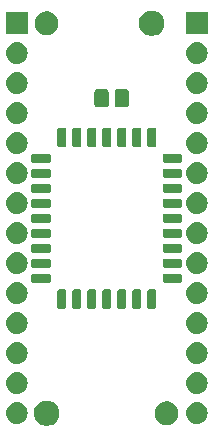
<source format=gts>
G04 #@! TF.GenerationSoftware,KiCad,Pcbnew,(5.1.2-1)-1*
G04 #@! TF.CreationDate,2019-06-26T00:08:28-04:00*
G04 #@! TF.ProjectId,28SF8148,32385346-3831-4343-982e-6b696361645f,rev?*
G04 #@! TF.SameCoordinates,Original*
G04 #@! TF.FileFunction,Soldermask,Top*
G04 #@! TF.FilePolarity,Negative*
%FSLAX46Y46*%
G04 Gerber Fmt 4.6, Leading zero omitted, Abs format (unit mm)*
G04 Created by KiCad (PCBNEW (5.1.2-1)-1) date 2019-06-26 00:08:28*
%MOMM*%
%LPD*%
G04 APERTURE LIST*
%ADD10C,0.100000*%
G04 APERTURE END LIST*
D10*
G36*
X43493916Y-52305158D02*
G01*
X43689772Y-52386284D01*
X43689774Y-52386285D01*
X43866037Y-52504060D01*
X44015940Y-52653963D01*
X44133715Y-52830226D01*
X44133716Y-52830228D01*
X44214842Y-53026084D01*
X44256200Y-53234004D01*
X44256200Y-53445996D01*
X44214842Y-53653916D01*
X44197344Y-53696159D01*
X44133717Y-53849771D01*
X44015940Y-54026037D01*
X43866037Y-54175940D01*
X43689774Y-54293715D01*
X43689773Y-54293716D01*
X43689772Y-54293716D01*
X43493916Y-54374842D01*
X43285996Y-54416200D01*
X43074004Y-54416200D01*
X42866084Y-54374842D01*
X42670228Y-54293716D01*
X42670227Y-54293716D01*
X42670226Y-54293715D01*
X42493963Y-54175940D01*
X42344060Y-54026037D01*
X42226283Y-53849771D01*
X42162656Y-53696159D01*
X42145158Y-53653916D01*
X42103800Y-53445996D01*
X42103800Y-53234004D01*
X42145158Y-53026084D01*
X42226284Y-52830228D01*
X42226285Y-52830226D01*
X42344060Y-52653963D01*
X42493963Y-52504060D01*
X42670226Y-52386285D01*
X42670228Y-52386284D01*
X42866084Y-52305158D01*
X43074004Y-52263800D01*
X43285996Y-52263800D01*
X43493916Y-52305158D01*
X43493916Y-52305158D01*
G37*
G36*
X53631689Y-52378429D02*
G01*
X53813678Y-52453811D01*
X53977463Y-52563249D01*
X54116751Y-52702537D01*
X54226189Y-52866322D01*
X54301571Y-53048311D01*
X54340000Y-53241509D01*
X54340000Y-53438491D01*
X54301571Y-53631689D01*
X54226189Y-53813678D01*
X54116751Y-53977463D01*
X53977463Y-54116751D01*
X53813678Y-54226189D01*
X53631689Y-54301571D01*
X53438491Y-54340000D01*
X53241509Y-54340000D01*
X53048311Y-54301571D01*
X52866322Y-54226189D01*
X52702537Y-54116751D01*
X52563249Y-53977463D01*
X52453811Y-53813678D01*
X52378429Y-53631689D01*
X52340000Y-53438491D01*
X52340000Y-53241509D01*
X52378429Y-53048311D01*
X52453811Y-52866322D01*
X52563249Y-52702537D01*
X52702537Y-52563249D01*
X52866322Y-52453811D01*
X53048311Y-52378429D01*
X53241509Y-52340000D01*
X53438491Y-52340000D01*
X53631689Y-52378429D01*
X53631689Y-52378429D01*
G37*
G36*
X56061567Y-52427201D02*
G01*
X56236159Y-52480163D01*
X56397057Y-52566165D01*
X56538091Y-52681909D01*
X56653835Y-52822943D01*
X56739837Y-52983841D01*
X56792799Y-53158433D01*
X56810681Y-53340000D01*
X56792799Y-53521567D01*
X56739837Y-53696159D01*
X56653835Y-53857057D01*
X56538091Y-53998091D01*
X56397057Y-54113835D01*
X56236159Y-54199837D01*
X56061567Y-54252799D01*
X55925500Y-54266200D01*
X55834500Y-54266200D01*
X55698433Y-54252799D01*
X55523841Y-54199837D01*
X55362943Y-54113835D01*
X55221909Y-53998091D01*
X55106165Y-53857057D01*
X55020163Y-53696159D01*
X54967201Y-53521567D01*
X54949319Y-53340000D01*
X54967201Y-53158433D01*
X55020163Y-52983841D01*
X55106165Y-52822943D01*
X55221909Y-52681909D01*
X55362943Y-52566165D01*
X55523841Y-52480163D01*
X55698433Y-52427201D01*
X55834500Y-52413800D01*
X55925500Y-52413800D01*
X56061567Y-52427201D01*
X56061567Y-52427201D01*
G37*
G36*
X40821567Y-52427201D02*
G01*
X40996159Y-52480163D01*
X41157057Y-52566165D01*
X41298091Y-52681909D01*
X41413835Y-52822943D01*
X41499837Y-52983841D01*
X41552799Y-53158433D01*
X41570681Y-53340000D01*
X41552799Y-53521567D01*
X41499837Y-53696159D01*
X41413835Y-53857057D01*
X41298091Y-53998091D01*
X41157057Y-54113835D01*
X40996159Y-54199837D01*
X40821567Y-54252799D01*
X40685500Y-54266200D01*
X40594500Y-54266200D01*
X40458433Y-54252799D01*
X40283841Y-54199837D01*
X40122943Y-54113835D01*
X39981909Y-53998091D01*
X39866165Y-53857057D01*
X39780163Y-53696159D01*
X39727201Y-53521567D01*
X39709319Y-53340000D01*
X39727201Y-53158433D01*
X39780163Y-52983841D01*
X39866165Y-52822943D01*
X39981909Y-52681909D01*
X40122943Y-52566165D01*
X40283841Y-52480163D01*
X40458433Y-52427201D01*
X40594500Y-52413800D01*
X40685500Y-52413800D01*
X40821567Y-52427201D01*
X40821567Y-52427201D01*
G37*
G36*
X56061567Y-49887201D02*
G01*
X56236159Y-49940163D01*
X56397057Y-50026165D01*
X56538091Y-50141909D01*
X56653835Y-50282943D01*
X56739837Y-50443841D01*
X56792799Y-50618433D01*
X56810681Y-50800000D01*
X56792799Y-50981567D01*
X56739837Y-51156159D01*
X56653835Y-51317057D01*
X56538091Y-51458091D01*
X56397057Y-51573835D01*
X56236159Y-51659837D01*
X56061567Y-51712799D01*
X55925500Y-51726200D01*
X55834500Y-51726200D01*
X55698433Y-51712799D01*
X55523841Y-51659837D01*
X55362943Y-51573835D01*
X55221909Y-51458091D01*
X55106165Y-51317057D01*
X55020163Y-51156159D01*
X54967201Y-50981567D01*
X54949319Y-50800000D01*
X54967201Y-50618433D01*
X55020163Y-50443841D01*
X55106165Y-50282943D01*
X55221909Y-50141909D01*
X55362943Y-50026165D01*
X55523841Y-49940163D01*
X55698433Y-49887201D01*
X55834500Y-49873800D01*
X55925500Y-49873800D01*
X56061567Y-49887201D01*
X56061567Y-49887201D01*
G37*
G36*
X40821567Y-49887201D02*
G01*
X40996159Y-49940163D01*
X41157057Y-50026165D01*
X41298091Y-50141909D01*
X41413835Y-50282943D01*
X41499837Y-50443841D01*
X41552799Y-50618433D01*
X41570681Y-50800000D01*
X41552799Y-50981567D01*
X41499837Y-51156159D01*
X41413835Y-51317057D01*
X41298091Y-51458091D01*
X41157057Y-51573835D01*
X40996159Y-51659837D01*
X40821567Y-51712799D01*
X40685500Y-51726200D01*
X40594500Y-51726200D01*
X40458433Y-51712799D01*
X40283841Y-51659837D01*
X40122943Y-51573835D01*
X39981909Y-51458091D01*
X39866165Y-51317057D01*
X39780163Y-51156159D01*
X39727201Y-50981567D01*
X39709319Y-50800000D01*
X39727201Y-50618433D01*
X39780163Y-50443841D01*
X39866165Y-50282943D01*
X39981909Y-50141909D01*
X40122943Y-50026165D01*
X40283841Y-49940163D01*
X40458433Y-49887201D01*
X40594500Y-49873800D01*
X40685500Y-49873800D01*
X40821567Y-49887201D01*
X40821567Y-49887201D01*
G37*
G36*
X56061567Y-47347201D02*
G01*
X56236159Y-47400163D01*
X56397057Y-47486165D01*
X56538091Y-47601909D01*
X56653835Y-47742943D01*
X56739837Y-47903841D01*
X56792799Y-48078433D01*
X56810681Y-48260000D01*
X56792799Y-48441567D01*
X56739837Y-48616159D01*
X56653835Y-48777057D01*
X56538091Y-48918091D01*
X56397057Y-49033835D01*
X56236159Y-49119837D01*
X56061567Y-49172799D01*
X55925500Y-49186200D01*
X55834500Y-49186200D01*
X55698433Y-49172799D01*
X55523841Y-49119837D01*
X55362943Y-49033835D01*
X55221909Y-48918091D01*
X55106165Y-48777057D01*
X55020163Y-48616159D01*
X54967201Y-48441567D01*
X54949319Y-48260000D01*
X54967201Y-48078433D01*
X55020163Y-47903841D01*
X55106165Y-47742943D01*
X55221909Y-47601909D01*
X55362943Y-47486165D01*
X55523841Y-47400163D01*
X55698433Y-47347201D01*
X55834500Y-47333800D01*
X55925500Y-47333800D01*
X56061567Y-47347201D01*
X56061567Y-47347201D01*
G37*
G36*
X40821567Y-47347201D02*
G01*
X40996159Y-47400163D01*
X41157057Y-47486165D01*
X41298091Y-47601909D01*
X41413835Y-47742943D01*
X41499837Y-47903841D01*
X41552799Y-48078433D01*
X41570681Y-48260000D01*
X41552799Y-48441567D01*
X41499837Y-48616159D01*
X41413835Y-48777057D01*
X41298091Y-48918091D01*
X41157057Y-49033835D01*
X40996159Y-49119837D01*
X40821567Y-49172799D01*
X40685500Y-49186200D01*
X40594500Y-49186200D01*
X40458433Y-49172799D01*
X40283841Y-49119837D01*
X40122943Y-49033835D01*
X39981909Y-48918091D01*
X39866165Y-48777057D01*
X39780163Y-48616159D01*
X39727201Y-48441567D01*
X39709319Y-48260000D01*
X39727201Y-48078433D01*
X39780163Y-47903841D01*
X39866165Y-47742943D01*
X39981909Y-47601909D01*
X40122943Y-47486165D01*
X40283841Y-47400163D01*
X40458433Y-47347201D01*
X40594500Y-47333800D01*
X40685500Y-47333800D01*
X40821567Y-47347201D01*
X40821567Y-47347201D01*
G37*
G36*
X56061567Y-44807201D02*
G01*
X56236159Y-44860163D01*
X56397057Y-44946165D01*
X56538091Y-45061909D01*
X56653835Y-45202943D01*
X56739837Y-45363841D01*
X56792799Y-45538433D01*
X56810681Y-45720000D01*
X56792799Y-45901567D01*
X56739837Y-46076159D01*
X56653835Y-46237057D01*
X56538091Y-46378091D01*
X56397057Y-46493835D01*
X56236159Y-46579837D01*
X56061567Y-46632799D01*
X55925500Y-46646200D01*
X55834500Y-46646200D01*
X55698433Y-46632799D01*
X55523841Y-46579837D01*
X55362943Y-46493835D01*
X55221909Y-46378091D01*
X55106165Y-46237057D01*
X55020163Y-46076159D01*
X54967201Y-45901567D01*
X54949319Y-45720000D01*
X54967201Y-45538433D01*
X55020163Y-45363841D01*
X55106165Y-45202943D01*
X55221909Y-45061909D01*
X55362943Y-44946165D01*
X55523841Y-44860163D01*
X55698433Y-44807201D01*
X55834500Y-44793800D01*
X55925500Y-44793800D01*
X56061567Y-44807201D01*
X56061567Y-44807201D01*
G37*
G36*
X40821567Y-44807201D02*
G01*
X40996159Y-44860163D01*
X41157057Y-44946165D01*
X41298091Y-45061909D01*
X41413835Y-45202943D01*
X41499837Y-45363841D01*
X41552799Y-45538433D01*
X41570681Y-45720000D01*
X41552799Y-45901567D01*
X41499837Y-46076159D01*
X41413835Y-46237057D01*
X41298091Y-46378091D01*
X41157057Y-46493835D01*
X40996159Y-46579837D01*
X40821567Y-46632799D01*
X40685500Y-46646200D01*
X40594500Y-46646200D01*
X40458433Y-46632799D01*
X40283841Y-46579837D01*
X40122943Y-46493835D01*
X39981909Y-46378091D01*
X39866165Y-46237057D01*
X39780163Y-46076159D01*
X39727201Y-45901567D01*
X39709319Y-45720000D01*
X39727201Y-45538433D01*
X39780163Y-45363841D01*
X39866165Y-45202943D01*
X39981909Y-45061909D01*
X40122943Y-44946165D01*
X40283841Y-44860163D01*
X40458433Y-44807201D01*
X40594500Y-44793800D01*
X40685500Y-44793800D01*
X40821567Y-44807201D01*
X40821567Y-44807201D01*
G37*
G36*
X48515391Y-42857043D02*
G01*
X48543461Y-42865558D01*
X48569329Y-42879385D01*
X48592005Y-42897995D01*
X48610615Y-42920671D01*
X48624442Y-42946539D01*
X48632957Y-42974609D01*
X48636200Y-43007542D01*
X48636200Y-44327458D01*
X48632957Y-44360391D01*
X48624442Y-44388461D01*
X48610615Y-44414329D01*
X48592005Y-44437005D01*
X48569329Y-44455615D01*
X48543461Y-44469442D01*
X48515391Y-44477957D01*
X48482458Y-44481200D01*
X48037542Y-44481200D01*
X48004609Y-44477957D01*
X47976539Y-44469442D01*
X47950671Y-44455615D01*
X47927995Y-44437005D01*
X47909385Y-44414329D01*
X47895558Y-44388461D01*
X47887043Y-44360391D01*
X47883800Y-44327458D01*
X47883800Y-43007542D01*
X47887043Y-42974609D01*
X47895558Y-42946539D01*
X47909385Y-42920671D01*
X47927995Y-42897995D01*
X47950671Y-42879385D01*
X47976539Y-42865558D01*
X48004609Y-42857043D01*
X48037542Y-42853800D01*
X48482458Y-42853800D01*
X48515391Y-42857043D01*
X48515391Y-42857043D01*
G37*
G36*
X47245391Y-42857043D02*
G01*
X47273461Y-42865558D01*
X47299329Y-42879385D01*
X47322005Y-42897995D01*
X47340615Y-42920671D01*
X47354442Y-42946539D01*
X47362957Y-42974609D01*
X47366200Y-43007542D01*
X47366200Y-44327458D01*
X47362957Y-44360391D01*
X47354442Y-44388461D01*
X47340615Y-44414329D01*
X47322005Y-44437005D01*
X47299329Y-44455615D01*
X47273461Y-44469442D01*
X47245391Y-44477957D01*
X47212458Y-44481200D01*
X46767542Y-44481200D01*
X46734609Y-44477957D01*
X46706539Y-44469442D01*
X46680671Y-44455615D01*
X46657995Y-44437005D01*
X46639385Y-44414329D01*
X46625558Y-44388461D01*
X46617043Y-44360391D01*
X46613800Y-44327458D01*
X46613800Y-43007542D01*
X46617043Y-42974609D01*
X46625558Y-42946539D01*
X46639385Y-42920671D01*
X46657995Y-42897995D01*
X46680671Y-42879385D01*
X46706539Y-42865558D01*
X46734609Y-42857043D01*
X46767542Y-42853800D01*
X47212458Y-42853800D01*
X47245391Y-42857043D01*
X47245391Y-42857043D01*
G37*
G36*
X45975391Y-42857043D02*
G01*
X46003461Y-42865558D01*
X46029329Y-42879385D01*
X46052005Y-42897995D01*
X46070615Y-42920671D01*
X46084442Y-42946539D01*
X46092957Y-42974609D01*
X46096200Y-43007542D01*
X46096200Y-44327458D01*
X46092957Y-44360391D01*
X46084442Y-44388461D01*
X46070615Y-44414329D01*
X46052005Y-44437005D01*
X46029329Y-44455615D01*
X46003461Y-44469442D01*
X45975391Y-44477957D01*
X45942458Y-44481200D01*
X45497542Y-44481200D01*
X45464609Y-44477957D01*
X45436539Y-44469442D01*
X45410671Y-44455615D01*
X45387995Y-44437005D01*
X45369385Y-44414329D01*
X45355558Y-44388461D01*
X45347043Y-44360391D01*
X45343800Y-44327458D01*
X45343800Y-43007542D01*
X45347043Y-42974609D01*
X45355558Y-42946539D01*
X45369385Y-42920671D01*
X45387995Y-42897995D01*
X45410671Y-42879385D01*
X45436539Y-42865558D01*
X45464609Y-42857043D01*
X45497542Y-42853800D01*
X45942458Y-42853800D01*
X45975391Y-42857043D01*
X45975391Y-42857043D01*
G37*
G36*
X44705391Y-42857043D02*
G01*
X44733461Y-42865558D01*
X44759329Y-42879385D01*
X44782005Y-42897995D01*
X44800615Y-42920671D01*
X44814442Y-42946539D01*
X44822957Y-42974609D01*
X44826200Y-43007542D01*
X44826200Y-44327458D01*
X44822957Y-44360391D01*
X44814442Y-44388461D01*
X44800615Y-44414329D01*
X44782005Y-44437005D01*
X44759329Y-44455615D01*
X44733461Y-44469442D01*
X44705391Y-44477957D01*
X44672458Y-44481200D01*
X44227542Y-44481200D01*
X44194609Y-44477957D01*
X44166539Y-44469442D01*
X44140671Y-44455615D01*
X44117995Y-44437005D01*
X44099385Y-44414329D01*
X44085558Y-44388461D01*
X44077043Y-44360391D01*
X44073800Y-44327458D01*
X44073800Y-43007542D01*
X44077043Y-42974609D01*
X44085558Y-42946539D01*
X44099385Y-42920671D01*
X44117995Y-42897995D01*
X44140671Y-42879385D01*
X44166539Y-42865558D01*
X44194609Y-42857043D01*
X44227542Y-42853800D01*
X44672458Y-42853800D01*
X44705391Y-42857043D01*
X44705391Y-42857043D01*
G37*
G36*
X49785391Y-42857043D02*
G01*
X49813461Y-42865558D01*
X49839329Y-42879385D01*
X49862005Y-42897995D01*
X49880615Y-42920671D01*
X49894442Y-42946539D01*
X49902957Y-42974609D01*
X49906200Y-43007542D01*
X49906200Y-44327458D01*
X49902957Y-44360391D01*
X49894442Y-44388461D01*
X49880615Y-44414329D01*
X49862005Y-44437005D01*
X49839329Y-44455615D01*
X49813461Y-44469442D01*
X49785391Y-44477957D01*
X49752458Y-44481200D01*
X49307542Y-44481200D01*
X49274609Y-44477957D01*
X49246539Y-44469442D01*
X49220671Y-44455615D01*
X49197995Y-44437005D01*
X49179385Y-44414329D01*
X49165558Y-44388461D01*
X49157043Y-44360391D01*
X49153800Y-44327458D01*
X49153800Y-43007542D01*
X49157043Y-42974609D01*
X49165558Y-42946539D01*
X49179385Y-42920671D01*
X49197995Y-42897995D01*
X49220671Y-42879385D01*
X49246539Y-42865558D01*
X49274609Y-42857043D01*
X49307542Y-42853800D01*
X49752458Y-42853800D01*
X49785391Y-42857043D01*
X49785391Y-42857043D01*
G37*
G36*
X52325391Y-42857043D02*
G01*
X52353461Y-42865558D01*
X52379329Y-42879385D01*
X52402005Y-42897995D01*
X52420615Y-42920671D01*
X52434442Y-42946539D01*
X52442957Y-42974609D01*
X52446200Y-43007542D01*
X52446200Y-44327458D01*
X52442957Y-44360391D01*
X52434442Y-44388461D01*
X52420615Y-44414329D01*
X52402005Y-44437005D01*
X52379329Y-44455615D01*
X52353461Y-44469442D01*
X52325391Y-44477957D01*
X52292458Y-44481200D01*
X51847542Y-44481200D01*
X51814609Y-44477957D01*
X51786539Y-44469442D01*
X51760671Y-44455615D01*
X51737995Y-44437005D01*
X51719385Y-44414329D01*
X51705558Y-44388461D01*
X51697043Y-44360391D01*
X51693800Y-44327458D01*
X51693800Y-43007542D01*
X51697043Y-42974609D01*
X51705558Y-42946539D01*
X51719385Y-42920671D01*
X51737995Y-42897995D01*
X51760671Y-42879385D01*
X51786539Y-42865558D01*
X51814609Y-42857043D01*
X51847542Y-42853800D01*
X52292458Y-42853800D01*
X52325391Y-42857043D01*
X52325391Y-42857043D01*
G37*
G36*
X51055391Y-42857043D02*
G01*
X51083461Y-42865558D01*
X51109329Y-42879385D01*
X51132005Y-42897995D01*
X51150615Y-42920671D01*
X51164442Y-42946539D01*
X51172957Y-42974609D01*
X51176200Y-43007542D01*
X51176200Y-44327458D01*
X51172957Y-44360391D01*
X51164442Y-44388461D01*
X51150615Y-44414329D01*
X51132005Y-44437005D01*
X51109329Y-44455615D01*
X51083461Y-44469442D01*
X51055391Y-44477957D01*
X51022458Y-44481200D01*
X50577542Y-44481200D01*
X50544609Y-44477957D01*
X50516539Y-44469442D01*
X50490671Y-44455615D01*
X50467995Y-44437005D01*
X50449385Y-44414329D01*
X50435558Y-44388461D01*
X50427043Y-44360391D01*
X50423800Y-44327458D01*
X50423800Y-43007542D01*
X50427043Y-42974609D01*
X50435558Y-42946539D01*
X50449385Y-42920671D01*
X50467995Y-42897995D01*
X50490671Y-42879385D01*
X50516539Y-42865558D01*
X50544609Y-42857043D01*
X50577542Y-42853800D01*
X51022458Y-42853800D01*
X51055391Y-42857043D01*
X51055391Y-42857043D01*
G37*
G36*
X56061567Y-42267201D02*
G01*
X56236159Y-42320163D01*
X56397057Y-42406165D01*
X56538091Y-42521909D01*
X56653835Y-42662943D01*
X56739837Y-42823841D01*
X56792799Y-42998433D01*
X56810681Y-43180000D01*
X56792799Y-43361567D01*
X56739837Y-43536159D01*
X56653835Y-43697057D01*
X56538091Y-43838091D01*
X56397057Y-43953835D01*
X56236159Y-44039837D01*
X56061567Y-44092799D01*
X55925500Y-44106200D01*
X55834500Y-44106200D01*
X55698433Y-44092799D01*
X55523841Y-44039837D01*
X55362943Y-43953835D01*
X55221909Y-43838091D01*
X55106165Y-43697057D01*
X55020163Y-43536159D01*
X54967201Y-43361567D01*
X54949319Y-43180000D01*
X54967201Y-42998433D01*
X55020163Y-42823841D01*
X55106165Y-42662943D01*
X55221909Y-42521909D01*
X55362943Y-42406165D01*
X55523841Y-42320163D01*
X55698433Y-42267201D01*
X55834500Y-42253800D01*
X55925500Y-42253800D01*
X56061567Y-42267201D01*
X56061567Y-42267201D01*
G37*
G36*
X40821567Y-42267201D02*
G01*
X40996159Y-42320163D01*
X41157057Y-42406165D01*
X41298091Y-42521909D01*
X41413835Y-42662943D01*
X41499837Y-42823841D01*
X41552799Y-42998433D01*
X41570681Y-43180000D01*
X41552799Y-43361567D01*
X41499837Y-43536159D01*
X41413835Y-43697057D01*
X41298091Y-43838091D01*
X41157057Y-43953835D01*
X40996159Y-44039837D01*
X40821567Y-44092799D01*
X40685500Y-44106200D01*
X40594500Y-44106200D01*
X40458433Y-44092799D01*
X40283841Y-44039837D01*
X40122943Y-43953835D01*
X39981909Y-43838091D01*
X39866165Y-43697057D01*
X39780163Y-43536159D01*
X39727201Y-43361567D01*
X39709319Y-43180000D01*
X39727201Y-42998433D01*
X39780163Y-42823841D01*
X39866165Y-42662943D01*
X39981909Y-42521909D01*
X40122943Y-42406165D01*
X40283841Y-42320163D01*
X40458433Y-42267201D01*
X40594500Y-42253800D01*
X40685500Y-42253800D01*
X40821567Y-42267201D01*
X40821567Y-42267201D01*
G37*
G36*
X54515391Y-41537043D02*
G01*
X54543461Y-41545558D01*
X54569329Y-41559385D01*
X54592005Y-41577995D01*
X54610615Y-41600671D01*
X54624442Y-41626539D01*
X54632957Y-41654609D01*
X54636200Y-41687542D01*
X54636200Y-42132458D01*
X54632957Y-42165391D01*
X54624442Y-42193461D01*
X54610615Y-42219329D01*
X54592005Y-42242005D01*
X54569329Y-42260615D01*
X54543461Y-42274442D01*
X54515391Y-42282957D01*
X54482458Y-42286200D01*
X53162542Y-42286200D01*
X53129609Y-42282957D01*
X53101539Y-42274442D01*
X53075671Y-42260615D01*
X53052995Y-42242005D01*
X53034385Y-42219329D01*
X53020558Y-42193461D01*
X53012043Y-42165391D01*
X53008800Y-42132458D01*
X53008800Y-41687542D01*
X53012043Y-41654609D01*
X53020558Y-41626539D01*
X53034385Y-41600671D01*
X53052995Y-41577995D01*
X53075671Y-41559385D01*
X53101539Y-41545558D01*
X53129609Y-41537043D01*
X53162542Y-41533800D01*
X54482458Y-41533800D01*
X54515391Y-41537043D01*
X54515391Y-41537043D01*
G37*
G36*
X43390391Y-41537043D02*
G01*
X43418461Y-41545558D01*
X43444329Y-41559385D01*
X43467005Y-41577995D01*
X43485615Y-41600671D01*
X43499442Y-41626539D01*
X43507957Y-41654609D01*
X43511200Y-41687542D01*
X43511200Y-42132458D01*
X43507957Y-42165391D01*
X43499442Y-42193461D01*
X43485615Y-42219329D01*
X43467005Y-42242005D01*
X43444329Y-42260615D01*
X43418461Y-42274442D01*
X43390391Y-42282957D01*
X43357458Y-42286200D01*
X42037542Y-42286200D01*
X42004609Y-42282957D01*
X41976539Y-42274442D01*
X41950671Y-42260615D01*
X41927995Y-42242005D01*
X41909385Y-42219329D01*
X41895558Y-42193461D01*
X41887043Y-42165391D01*
X41883800Y-42132458D01*
X41883800Y-41687542D01*
X41887043Y-41654609D01*
X41895558Y-41626539D01*
X41909385Y-41600671D01*
X41927995Y-41577995D01*
X41950671Y-41559385D01*
X41976539Y-41545558D01*
X42004609Y-41537043D01*
X42037542Y-41533800D01*
X43357458Y-41533800D01*
X43390391Y-41537043D01*
X43390391Y-41537043D01*
G37*
G36*
X40821567Y-39727201D02*
G01*
X40996159Y-39780163D01*
X41157057Y-39866165D01*
X41298091Y-39981909D01*
X41413835Y-40122943D01*
X41499837Y-40283841D01*
X41552799Y-40458433D01*
X41570681Y-40640000D01*
X41552799Y-40821567D01*
X41499837Y-40996159D01*
X41413835Y-41157057D01*
X41298091Y-41298091D01*
X41157057Y-41413835D01*
X40996159Y-41499837D01*
X40821567Y-41552799D01*
X40685500Y-41566200D01*
X40594500Y-41566200D01*
X40458433Y-41552799D01*
X40283841Y-41499837D01*
X40122943Y-41413835D01*
X39981909Y-41298091D01*
X39866165Y-41157057D01*
X39780163Y-40996159D01*
X39727201Y-40821567D01*
X39709319Y-40640000D01*
X39727201Y-40458433D01*
X39780163Y-40283841D01*
X39866165Y-40122943D01*
X39981909Y-39981909D01*
X40122943Y-39866165D01*
X40283841Y-39780163D01*
X40458433Y-39727201D01*
X40594500Y-39713800D01*
X40685500Y-39713800D01*
X40821567Y-39727201D01*
X40821567Y-39727201D01*
G37*
G36*
X56061567Y-39727201D02*
G01*
X56236159Y-39780163D01*
X56397057Y-39866165D01*
X56538091Y-39981909D01*
X56653835Y-40122943D01*
X56739837Y-40283841D01*
X56792799Y-40458433D01*
X56810681Y-40640000D01*
X56792799Y-40821567D01*
X56739837Y-40996159D01*
X56653835Y-41157057D01*
X56538091Y-41298091D01*
X56397057Y-41413835D01*
X56236159Y-41499837D01*
X56061567Y-41552799D01*
X55925500Y-41566200D01*
X55834500Y-41566200D01*
X55698433Y-41552799D01*
X55523841Y-41499837D01*
X55362943Y-41413835D01*
X55221909Y-41298091D01*
X55106165Y-41157057D01*
X55020163Y-40996159D01*
X54967201Y-40821567D01*
X54949319Y-40640000D01*
X54967201Y-40458433D01*
X55020163Y-40283841D01*
X55106165Y-40122943D01*
X55221909Y-39981909D01*
X55362943Y-39866165D01*
X55523841Y-39780163D01*
X55698433Y-39727201D01*
X55834500Y-39713800D01*
X55925500Y-39713800D01*
X56061567Y-39727201D01*
X56061567Y-39727201D01*
G37*
G36*
X43390391Y-40267043D02*
G01*
X43418461Y-40275558D01*
X43444329Y-40289385D01*
X43467005Y-40307995D01*
X43485615Y-40330671D01*
X43499442Y-40356539D01*
X43507957Y-40384609D01*
X43511200Y-40417542D01*
X43511200Y-40862458D01*
X43507957Y-40895391D01*
X43499442Y-40923461D01*
X43485615Y-40949329D01*
X43467005Y-40972005D01*
X43444329Y-40990615D01*
X43418461Y-41004442D01*
X43390391Y-41012957D01*
X43357458Y-41016200D01*
X42037542Y-41016200D01*
X42004609Y-41012957D01*
X41976539Y-41004442D01*
X41950671Y-40990615D01*
X41927995Y-40972005D01*
X41909385Y-40949329D01*
X41895558Y-40923461D01*
X41887043Y-40895391D01*
X41883800Y-40862458D01*
X41883800Y-40417542D01*
X41887043Y-40384609D01*
X41895558Y-40356539D01*
X41909385Y-40330671D01*
X41927995Y-40307995D01*
X41950671Y-40289385D01*
X41976539Y-40275558D01*
X42004609Y-40267043D01*
X42037542Y-40263800D01*
X43357458Y-40263800D01*
X43390391Y-40267043D01*
X43390391Y-40267043D01*
G37*
G36*
X54515391Y-40267043D02*
G01*
X54543461Y-40275558D01*
X54569329Y-40289385D01*
X54592005Y-40307995D01*
X54610615Y-40330671D01*
X54624442Y-40356539D01*
X54632957Y-40384609D01*
X54636200Y-40417542D01*
X54636200Y-40862458D01*
X54632957Y-40895391D01*
X54624442Y-40923461D01*
X54610615Y-40949329D01*
X54592005Y-40972005D01*
X54569329Y-40990615D01*
X54543461Y-41004442D01*
X54515391Y-41012957D01*
X54482458Y-41016200D01*
X53162542Y-41016200D01*
X53129609Y-41012957D01*
X53101539Y-41004442D01*
X53075671Y-40990615D01*
X53052995Y-40972005D01*
X53034385Y-40949329D01*
X53020558Y-40923461D01*
X53012043Y-40895391D01*
X53008800Y-40862458D01*
X53008800Y-40417542D01*
X53012043Y-40384609D01*
X53020558Y-40356539D01*
X53034385Y-40330671D01*
X53052995Y-40307995D01*
X53075671Y-40289385D01*
X53101539Y-40275558D01*
X53129609Y-40267043D01*
X53162542Y-40263800D01*
X54482458Y-40263800D01*
X54515391Y-40267043D01*
X54515391Y-40267043D01*
G37*
G36*
X43390391Y-38997043D02*
G01*
X43418461Y-39005558D01*
X43444329Y-39019385D01*
X43467005Y-39037995D01*
X43485615Y-39060671D01*
X43499442Y-39086539D01*
X43507957Y-39114609D01*
X43511200Y-39147542D01*
X43511200Y-39592458D01*
X43507957Y-39625391D01*
X43499442Y-39653461D01*
X43485615Y-39679329D01*
X43467005Y-39702005D01*
X43444329Y-39720615D01*
X43418461Y-39734442D01*
X43390391Y-39742957D01*
X43357458Y-39746200D01*
X42037542Y-39746200D01*
X42004609Y-39742957D01*
X41976539Y-39734442D01*
X41950671Y-39720615D01*
X41927995Y-39702005D01*
X41909385Y-39679329D01*
X41895558Y-39653461D01*
X41887043Y-39625391D01*
X41883800Y-39592458D01*
X41883800Y-39147542D01*
X41887043Y-39114609D01*
X41895558Y-39086539D01*
X41909385Y-39060671D01*
X41927995Y-39037995D01*
X41950671Y-39019385D01*
X41976539Y-39005558D01*
X42004609Y-38997043D01*
X42037542Y-38993800D01*
X43357458Y-38993800D01*
X43390391Y-38997043D01*
X43390391Y-38997043D01*
G37*
G36*
X54515391Y-38997043D02*
G01*
X54543461Y-39005558D01*
X54569329Y-39019385D01*
X54592005Y-39037995D01*
X54610615Y-39060671D01*
X54624442Y-39086539D01*
X54632957Y-39114609D01*
X54636200Y-39147542D01*
X54636200Y-39592458D01*
X54632957Y-39625391D01*
X54624442Y-39653461D01*
X54610615Y-39679329D01*
X54592005Y-39702005D01*
X54569329Y-39720615D01*
X54543461Y-39734442D01*
X54515391Y-39742957D01*
X54482458Y-39746200D01*
X53162542Y-39746200D01*
X53129609Y-39742957D01*
X53101539Y-39734442D01*
X53075671Y-39720615D01*
X53052995Y-39702005D01*
X53034385Y-39679329D01*
X53020558Y-39653461D01*
X53012043Y-39625391D01*
X53008800Y-39592458D01*
X53008800Y-39147542D01*
X53012043Y-39114609D01*
X53020558Y-39086539D01*
X53034385Y-39060671D01*
X53052995Y-39037995D01*
X53075671Y-39019385D01*
X53101539Y-39005558D01*
X53129609Y-38997043D01*
X53162542Y-38993800D01*
X54482458Y-38993800D01*
X54515391Y-38997043D01*
X54515391Y-38997043D01*
G37*
G36*
X40821567Y-37187201D02*
G01*
X40996159Y-37240163D01*
X41157057Y-37326165D01*
X41298091Y-37441909D01*
X41413835Y-37582943D01*
X41499837Y-37743841D01*
X41552799Y-37918433D01*
X41570681Y-38100000D01*
X41552799Y-38281567D01*
X41499837Y-38456159D01*
X41413835Y-38617057D01*
X41298091Y-38758091D01*
X41157057Y-38873835D01*
X40996159Y-38959837D01*
X40821567Y-39012799D01*
X40685500Y-39026200D01*
X40594500Y-39026200D01*
X40458433Y-39012799D01*
X40283841Y-38959837D01*
X40122943Y-38873835D01*
X39981909Y-38758091D01*
X39866165Y-38617057D01*
X39780163Y-38456159D01*
X39727201Y-38281567D01*
X39709319Y-38100000D01*
X39727201Y-37918433D01*
X39780163Y-37743841D01*
X39866165Y-37582943D01*
X39981909Y-37441909D01*
X40122943Y-37326165D01*
X40283841Y-37240163D01*
X40458433Y-37187201D01*
X40594500Y-37173800D01*
X40685500Y-37173800D01*
X40821567Y-37187201D01*
X40821567Y-37187201D01*
G37*
G36*
X56061567Y-37187201D02*
G01*
X56236159Y-37240163D01*
X56397057Y-37326165D01*
X56538091Y-37441909D01*
X56653835Y-37582943D01*
X56739837Y-37743841D01*
X56792799Y-37918433D01*
X56810681Y-38100000D01*
X56792799Y-38281567D01*
X56739837Y-38456159D01*
X56653835Y-38617057D01*
X56538091Y-38758091D01*
X56397057Y-38873835D01*
X56236159Y-38959837D01*
X56061567Y-39012799D01*
X55925500Y-39026200D01*
X55834500Y-39026200D01*
X55698433Y-39012799D01*
X55523841Y-38959837D01*
X55362943Y-38873835D01*
X55221909Y-38758091D01*
X55106165Y-38617057D01*
X55020163Y-38456159D01*
X54967201Y-38281567D01*
X54949319Y-38100000D01*
X54967201Y-37918433D01*
X55020163Y-37743841D01*
X55106165Y-37582943D01*
X55221909Y-37441909D01*
X55362943Y-37326165D01*
X55523841Y-37240163D01*
X55698433Y-37187201D01*
X55834500Y-37173800D01*
X55925500Y-37173800D01*
X56061567Y-37187201D01*
X56061567Y-37187201D01*
G37*
G36*
X54515391Y-37727043D02*
G01*
X54543461Y-37735558D01*
X54569329Y-37749385D01*
X54592005Y-37767995D01*
X54610615Y-37790671D01*
X54624442Y-37816539D01*
X54632957Y-37844609D01*
X54636200Y-37877542D01*
X54636200Y-38322458D01*
X54632957Y-38355391D01*
X54624442Y-38383461D01*
X54610615Y-38409329D01*
X54592005Y-38432005D01*
X54569329Y-38450615D01*
X54543461Y-38464442D01*
X54515391Y-38472957D01*
X54482458Y-38476200D01*
X53162542Y-38476200D01*
X53129609Y-38472957D01*
X53101539Y-38464442D01*
X53075671Y-38450615D01*
X53052995Y-38432005D01*
X53034385Y-38409329D01*
X53020558Y-38383461D01*
X53012043Y-38355391D01*
X53008800Y-38322458D01*
X53008800Y-37877542D01*
X53012043Y-37844609D01*
X53020558Y-37816539D01*
X53034385Y-37790671D01*
X53052995Y-37767995D01*
X53075671Y-37749385D01*
X53101539Y-37735558D01*
X53129609Y-37727043D01*
X53162542Y-37723800D01*
X54482458Y-37723800D01*
X54515391Y-37727043D01*
X54515391Y-37727043D01*
G37*
G36*
X43390391Y-37727043D02*
G01*
X43418461Y-37735558D01*
X43444329Y-37749385D01*
X43467005Y-37767995D01*
X43485615Y-37790671D01*
X43499442Y-37816539D01*
X43507957Y-37844609D01*
X43511200Y-37877542D01*
X43511200Y-38322458D01*
X43507957Y-38355391D01*
X43499442Y-38383461D01*
X43485615Y-38409329D01*
X43467005Y-38432005D01*
X43444329Y-38450615D01*
X43418461Y-38464442D01*
X43390391Y-38472957D01*
X43357458Y-38476200D01*
X42037542Y-38476200D01*
X42004609Y-38472957D01*
X41976539Y-38464442D01*
X41950671Y-38450615D01*
X41927995Y-38432005D01*
X41909385Y-38409329D01*
X41895558Y-38383461D01*
X41887043Y-38355391D01*
X41883800Y-38322458D01*
X41883800Y-37877542D01*
X41887043Y-37844609D01*
X41895558Y-37816539D01*
X41909385Y-37790671D01*
X41927995Y-37767995D01*
X41950671Y-37749385D01*
X41976539Y-37735558D01*
X42004609Y-37727043D01*
X42037542Y-37723800D01*
X43357458Y-37723800D01*
X43390391Y-37727043D01*
X43390391Y-37727043D01*
G37*
G36*
X54515391Y-36457043D02*
G01*
X54543461Y-36465558D01*
X54569329Y-36479385D01*
X54592005Y-36497995D01*
X54610615Y-36520671D01*
X54624442Y-36546539D01*
X54632957Y-36574609D01*
X54636200Y-36607542D01*
X54636200Y-37052458D01*
X54632957Y-37085391D01*
X54624442Y-37113461D01*
X54610615Y-37139329D01*
X54592005Y-37162005D01*
X54569329Y-37180615D01*
X54543461Y-37194442D01*
X54515391Y-37202957D01*
X54482458Y-37206200D01*
X53162542Y-37206200D01*
X53129609Y-37202957D01*
X53101539Y-37194442D01*
X53075671Y-37180615D01*
X53052995Y-37162005D01*
X53034385Y-37139329D01*
X53020558Y-37113461D01*
X53012043Y-37085391D01*
X53008800Y-37052458D01*
X53008800Y-36607542D01*
X53012043Y-36574609D01*
X53020558Y-36546539D01*
X53034385Y-36520671D01*
X53052995Y-36497995D01*
X53075671Y-36479385D01*
X53101539Y-36465558D01*
X53129609Y-36457043D01*
X53162542Y-36453800D01*
X54482458Y-36453800D01*
X54515391Y-36457043D01*
X54515391Y-36457043D01*
G37*
G36*
X43390391Y-36457043D02*
G01*
X43418461Y-36465558D01*
X43444329Y-36479385D01*
X43467005Y-36497995D01*
X43485615Y-36520671D01*
X43499442Y-36546539D01*
X43507957Y-36574609D01*
X43511200Y-36607542D01*
X43511200Y-37052458D01*
X43507957Y-37085391D01*
X43499442Y-37113461D01*
X43485615Y-37139329D01*
X43467005Y-37162005D01*
X43444329Y-37180615D01*
X43418461Y-37194442D01*
X43390391Y-37202957D01*
X43357458Y-37206200D01*
X42037542Y-37206200D01*
X42004609Y-37202957D01*
X41976539Y-37194442D01*
X41950671Y-37180615D01*
X41927995Y-37162005D01*
X41909385Y-37139329D01*
X41895558Y-37113461D01*
X41887043Y-37085391D01*
X41883800Y-37052458D01*
X41883800Y-36607542D01*
X41887043Y-36574609D01*
X41895558Y-36546539D01*
X41909385Y-36520671D01*
X41927995Y-36497995D01*
X41950671Y-36479385D01*
X41976539Y-36465558D01*
X42004609Y-36457043D01*
X42037542Y-36453800D01*
X43357458Y-36453800D01*
X43390391Y-36457043D01*
X43390391Y-36457043D01*
G37*
G36*
X40821567Y-34647201D02*
G01*
X40996159Y-34700163D01*
X41157057Y-34786165D01*
X41298091Y-34901909D01*
X41413835Y-35042943D01*
X41499837Y-35203841D01*
X41552799Y-35378433D01*
X41570681Y-35560000D01*
X41552799Y-35741567D01*
X41499837Y-35916159D01*
X41413835Y-36077057D01*
X41298091Y-36218091D01*
X41157057Y-36333835D01*
X40996159Y-36419837D01*
X40821567Y-36472799D01*
X40685500Y-36486200D01*
X40594500Y-36486200D01*
X40458433Y-36472799D01*
X40283841Y-36419837D01*
X40122943Y-36333835D01*
X39981909Y-36218091D01*
X39866165Y-36077057D01*
X39780163Y-35916159D01*
X39727201Y-35741567D01*
X39709319Y-35560000D01*
X39727201Y-35378433D01*
X39780163Y-35203841D01*
X39866165Y-35042943D01*
X39981909Y-34901909D01*
X40122943Y-34786165D01*
X40283841Y-34700163D01*
X40458433Y-34647201D01*
X40594500Y-34633800D01*
X40685500Y-34633800D01*
X40821567Y-34647201D01*
X40821567Y-34647201D01*
G37*
G36*
X56061567Y-34647201D02*
G01*
X56236159Y-34700163D01*
X56397057Y-34786165D01*
X56538091Y-34901909D01*
X56653835Y-35042943D01*
X56739837Y-35203841D01*
X56792799Y-35378433D01*
X56810681Y-35560000D01*
X56792799Y-35741567D01*
X56739837Y-35916159D01*
X56653835Y-36077057D01*
X56538091Y-36218091D01*
X56397057Y-36333835D01*
X56236159Y-36419837D01*
X56061567Y-36472799D01*
X55925500Y-36486200D01*
X55834500Y-36486200D01*
X55698433Y-36472799D01*
X55523841Y-36419837D01*
X55362943Y-36333835D01*
X55221909Y-36218091D01*
X55106165Y-36077057D01*
X55020163Y-35916159D01*
X54967201Y-35741567D01*
X54949319Y-35560000D01*
X54967201Y-35378433D01*
X55020163Y-35203841D01*
X55106165Y-35042943D01*
X55221909Y-34901909D01*
X55362943Y-34786165D01*
X55523841Y-34700163D01*
X55698433Y-34647201D01*
X55834500Y-34633800D01*
X55925500Y-34633800D01*
X56061567Y-34647201D01*
X56061567Y-34647201D01*
G37*
G36*
X54515391Y-35187043D02*
G01*
X54543461Y-35195558D01*
X54569329Y-35209385D01*
X54592005Y-35227995D01*
X54610615Y-35250671D01*
X54624442Y-35276539D01*
X54632957Y-35304609D01*
X54636200Y-35337542D01*
X54636200Y-35782458D01*
X54632957Y-35815391D01*
X54624442Y-35843461D01*
X54610615Y-35869329D01*
X54592005Y-35892005D01*
X54569329Y-35910615D01*
X54543461Y-35924442D01*
X54515391Y-35932957D01*
X54482458Y-35936200D01*
X53162542Y-35936200D01*
X53129609Y-35932957D01*
X53101539Y-35924442D01*
X53075671Y-35910615D01*
X53052995Y-35892005D01*
X53034385Y-35869329D01*
X53020558Y-35843461D01*
X53012043Y-35815391D01*
X53008800Y-35782458D01*
X53008800Y-35337542D01*
X53012043Y-35304609D01*
X53020558Y-35276539D01*
X53034385Y-35250671D01*
X53052995Y-35227995D01*
X53075671Y-35209385D01*
X53101539Y-35195558D01*
X53129609Y-35187043D01*
X53162542Y-35183800D01*
X54482458Y-35183800D01*
X54515391Y-35187043D01*
X54515391Y-35187043D01*
G37*
G36*
X43390391Y-35187043D02*
G01*
X43418461Y-35195558D01*
X43444329Y-35209385D01*
X43467005Y-35227995D01*
X43485615Y-35250671D01*
X43499442Y-35276539D01*
X43507957Y-35304609D01*
X43511200Y-35337542D01*
X43511200Y-35782458D01*
X43507957Y-35815391D01*
X43499442Y-35843461D01*
X43485615Y-35869329D01*
X43467005Y-35892005D01*
X43444329Y-35910615D01*
X43418461Y-35924442D01*
X43390391Y-35932957D01*
X43357458Y-35936200D01*
X42037542Y-35936200D01*
X42004609Y-35932957D01*
X41976539Y-35924442D01*
X41950671Y-35910615D01*
X41927995Y-35892005D01*
X41909385Y-35869329D01*
X41895558Y-35843461D01*
X41887043Y-35815391D01*
X41883800Y-35782458D01*
X41883800Y-35337542D01*
X41887043Y-35304609D01*
X41895558Y-35276539D01*
X41909385Y-35250671D01*
X41927995Y-35227995D01*
X41950671Y-35209385D01*
X41976539Y-35195558D01*
X42004609Y-35187043D01*
X42037542Y-35183800D01*
X43357458Y-35183800D01*
X43390391Y-35187043D01*
X43390391Y-35187043D01*
G37*
G36*
X54515391Y-33917043D02*
G01*
X54543461Y-33925558D01*
X54569329Y-33939385D01*
X54592005Y-33957995D01*
X54610615Y-33980671D01*
X54624442Y-34006539D01*
X54632957Y-34034609D01*
X54636200Y-34067542D01*
X54636200Y-34512458D01*
X54632957Y-34545391D01*
X54624442Y-34573461D01*
X54610615Y-34599329D01*
X54592005Y-34622005D01*
X54569329Y-34640615D01*
X54543461Y-34654442D01*
X54515391Y-34662957D01*
X54482458Y-34666200D01*
X53162542Y-34666200D01*
X53129609Y-34662957D01*
X53101539Y-34654442D01*
X53075671Y-34640615D01*
X53052995Y-34622005D01*
X53034385Y-34599329D01*
X53020558Y-34573461D01*
X53012043Y-34545391D01*
X53008800Y-34512458D01*
X53008800Y-34067542D01*
X53012043Y-34034609D01*
X53020558Y-34006539D01*
X53034385Y-33980671D01*
X53052995Y-33957995D01*
X53075671Y-33939385D01*
X53101539Y-33925558D01*
X53129609Y-33917043D01*
X53162542Y-33913800D01*
X54482458Y-33913800D01*
X54515391Y-33917043D01*
X54515391Y-33917043D01*
G37*
G36*
X43390391Y-33917043D02*
G01*
X43418461Y-33925558D01*
X43444329Y-33939385D01*
X43467005Y-33957995D01*
X43485615Y-33980671D01*
X43499442Y-34006539D01*
X43507957Y-34034609D01*
X43511200Y-34067542D01*
X43511200Y-34512458D01*
X43507957Y-34545391D01*
X43499442Y-34573461D01*
X43485615Y-34599329D01*
X43467005Y-34622005D01*
X43444329Y-34640615D01*
X43418461Y-34654442D01*
X43390391Y-34662957D01*
X43357458Y-34666200D01*
X42037542Y-34666200D01*
X42004609Y-34662957D01*
X41976539Y-34654442D01*
X41950671Y-34640615D01*
X41927995Y-34622005D01*
X41909385Y-34599329D01*
X41895558Y-34573461D01*
X41887043Y-34545391D01*
X41883800Y-34512458D01*
X41883800Y-34067542D01*
X41887043Y-34034609D01*
X41895558Y-34006539D01*
X41909385Y-33980671D01*
X41927995Y-33957995D01*
X41950671Y-33939385D01*
X41976539Y-33925558D01*
X42004609Y-33917043D01*
X42037542Y-33913800D01*
X43357458Y-33913800D01*
X43390391Y-33917043D01*
X43390391Y-33917043D01*
G37*
G36*
X56061567Y-32107201D02*
G01*
X56236159Y-32160163D01*
X56397057Y-32246165D01*
X56538091Y-32361909D01*
X56653835Y-32502943D01*
X56739837Y-32663841D01*
X56792799Y-32838433D01*
X56810681Y-33020000D01*
X56792799Y-33201567D01*
X56739837Y-33376159D01*
X56653835Y-33537057D01*
X56538091Y-33678091D01*
X56397057Y-33793835D01*
X56236159Y-33879837D01*
X56061567Y-33932799D01*
X55925500Y-33946200D01*
X55834500Y-33946200D01*
X55698433Y-33932799D01*
X55523841Y-33879837D01*
X55362943Y-33793835D01*
X55221909Y-33678091D01*
X55106165Y-33537057D01*
X55020163Y-33376159D01*
X54967201Y-33201567D01*
X54949319Y-33020000D01*
X54967201Y-32838433D01*
X55020163Y-32663841D01*
X55106165Y-32502943D01*
X55221909Y-32361909D01*
X55362943Y-32246165D01*
X55523841Y-32160163D01*
X55698433Y-32107201D01*
X55834500Y-32093800D01*
X55925500Y-32093800D01*
X56061567Y-32107201D01*
X56061567Y-32107201D01*
G37*
G36*
X40821567Y-32107201D02*
G01*
X40996159Y-32160163D01*
X41157057Y-32246165D01*
X41298091Y-32361909D01*
X41413835Y-32502943D01*
X41499837Y-32663841D01*
X41552799Y-32838433D01*
X41570681Y-33020000D01*
X41552799Y-33201567D01*
X41499837Y-33376159D01*
X41413835Y-33537057D01*
X41298091Y-33678091D01*
X41157057Y-33793835D01*
X40996159Y-33879837D01*
X40821567Y-33932799D01*
X40685500Y-33946200D01*
X40594500Y-33946200D01*
X40458433Y-33932799D01*
X40283841Y-33879837D01*
X40122943Y-33793835D01*
X39981909Y-33678091D01*
X39866165Y-33537057D01*
X39780163Y-33376159D01*
X39727201Y-33201567D01*
X39709319Y-33020000D01*
X39727201Y-32838433D01*
X39780163Y-32663841D01*
X39866165Y-32502943D01*
X39981909Y-32361909D01*
X40122943Y-32246165D01*
X40283841Y-32160163D01*
X40458433Y-32107201D01*
X40594500Y-32093800D01*
X40685500Y-32093800D01*
X40821567Y-32107201D01*
X40821567Y-32107201D01*
G37*
G36*
X43390391Y-32647043D02*
G01*
X43418461Y-32655558D01*
X43444329Y-32669385D01*
X43467005Y-32687995D01*
X43485615Y-32710671D01*
X43499442Y-32736539D01*
X43507957Y-32764609D01*
X43511200Y-32797542D01*
X43511200Y-33242458D01*
X43507957Y-33275391D01*
X43499442Y-33303461D01*
X43485615Y-33329329D01*
X43467005Y-33352005D01*
X43444329Y-33370615D01*
X43418461Y-33384442D01*
X43390391Y-33392957D01*
X43357458Y-33396200D01*
X42037542Y-33396200D01*
X42004609Y-33392957D01*
X41976539Y-33384442D01*
X41950671Y-33370615D01*
X41927995Y-33352005D01*
X41909385Y-33329329D01*
X41895558Y-33303461D01*
X41887043Y-33275391D01*
X41883800Y-33242458D01*
X41883800Y-32797542D01*
X41887043Y-32764609D01*
X41895558Y-32736539D01*
X41909385Y-32710671D01*
X41927995Y-32687995D01*
X41950671Y-32669385D01*
X41976539Y-32655558D01*
X42004609Y-32647043D01*
X42037542Y-32643800D01*
X43357458Y-32643800D01*
X43390391Y-32647043D01*
X43390391Y-32647043D01*
G37*
G36*
X54515391Y-32647043D02*
G01*
X54543461Y-32655558D01*
X54569329Y-32669385D01*
X54592005Y-32687995D01*
X54610615Y-32710671D01*
X54624442Y-32736539D01*
X54632957Y-32764609D01*
X54636200Y-32797542D01*
X54636200Y-33242458D01*
X54632957Y-33275391D01*
X54624442Y-33303461D01*
X54610615Y-33329329D01*
X54592005Y-33352005D01*
X54569329Y-33370615D01*
X54543461Y-33384442D01*
X54515391Y-33392957D01*
X54482458Y-33396200D01*
X53162542Y-33396200D01*
X53129609Y-33392957D01*
X53101539Y-33384442D01*
X53075671Y-33370615D01*
X53052995Y-33352005D01*
X53034385Y-33329329D01*
X53020558Y-33303461D01*
X53012043Y-33275391D01*
X53008800Y-33242458D01*
X53008800Y-32797542D01*
X53012043Y-32764609D01*
X53020558Y-32736539D01*
X53034385Y-32710671D01*
X53052995Y-32687995D01*
X53075671Y-32669385D01*
X53101539Y-32655558D01*
X53129609Y-32647043D01*
X53162542Y-32643800D01*
X54482458Y-32643800D01*
X54515391Y-32647043D01*
X54515391Y-32647043D01*
G37*
G36*
X43390391Y-31377043D02*
G01*
X43418461Y-31385558D01*
X43444329Y-31399385D01*
X43467005Y-31417995D01*
X43485615Y-31440671D01*
X43499442Y-31466539D01*
X43507957Y-31494609D01*
X43511200Y-31527542D01*
X43511200Y-31972458D01*
X43507957Y-32005391D01*
X43499442Y-32033461D01*
X43485615Y-32059329D01*
X43467005Y-32082005D01*
X43444329Y-32100615D01*
X43418461Y-32114442D01*
X43390391Y-32122957D01*
X43357458Y-32126200D01*
X42037542Y-32126200D01*
X42004609Y-32122957D01*
X41976539Y-32114442D01*
X41950671Y-32100615D01*
X41927995Y-32082005D01*
X41909385Y-32059329D01*
X41895558Y-32033461D01*
X41887043Y-32005391D01*
X41883800Y-31972458D01*
X41883800Y-31527542D01*
X41887043Y-31494609D01*
X41895558Y-31466539D01*
X41909385Y-31440671D01*
X41927995Y-31417995D01*
X41950671Y-31399385D01*
X41976539Y-31385558D01*
X42004609Y-31377043D01*
X42037542Y-31373800D01*
X43357458Y-31373800D01*
X43390391Y-31377043D01*
X43390391Y-31377043D01*
G37*
G36*
X54515391Y-31377043D02*
G01*
X54543461Y-31385558D01*
X54569329Y-31399385D01*
X54592005Y-31417995D01*
X54610615Y-31440671D01*
X54624442Y-31466539D01*
X54632957Y-31494609D01*
X54636200Y-31527542D01*
X54636200Y-31972458D01*
X54632957Y-32005391D01*
X54624442Y-32033461D01*
X54610615Y-32059329D01*
X54592005Y-32082005D01*
X54569329Y-32100615D01*
X54543461Y-32114442D01*
X54515391Y-32122957D01*
X54482458Y-32126200D01*
X53162542Y-32126200D01*
X53129609Y-32122957D01*
X53101539Y-32114442D01*
X53075671Y-32100615D01*
X53052995Y-32082005D01*
X53034385Y-32059329D01*
X53020558Y-32033461D01*
X53012043Y-32005391D01*
X53008800Y-31972458D01*
X53008800Y-31527542D01*
X53012043Y-31494609D01*
X53020558Y-31466539D01*
X53034385Y-31440671D01*
X53052995Y-31417995D01*
X53075671Y-31399385D01*
X53101539Y-31385558D01*
X53129609Y-31377043D01*
X53162542Y-31373800D01*
X54482458Y-31373800D01*
X54515391Y-31377043D01*
X54515391Y-31377043D01*
G37*
G36*
X56061567Y-29567201D02*
G01*
X56236159Y-29620163D01*
X56397057Y-29706165D01*
X56538091Y-29821909D01*
X56653835Y-29962943D01*
X56739837Y-30123841D01*
X56792799Y-30298433D01*
X56810681Y-30480000D01*
X56792799Y-30661567D01*
X56739837Y-30836159D01*
X56653835Y-30997057D01*
X56538091Y-31138091D01*
X56397057Y-31253835D01*
X56236159Y-31339837D01*
X56061567Y-31392799D01*
X55925500Y-31406200D01*
X55834500Y-31406200D01*
X55698433Y-31392799D01*
X55523841Y-31339837D01*
X55362943Y-31253835D01*
X55221909Y-31138091D01*
X55106165Y-30997057D01*
X55020163Y-30836159D01*
X54967201Y-30661567D01*
X54949319Y-30480000D01*
X54967201Y-30298433D01*
X55020163Y-30123841D01*
X55106165Y-29962943D01*
X55221909Y-29821909D01*
X55362943Y-29706165D01*
X55523841Y-29620163D01*
X55698433Y-29567201D01*
X55834500Y-29553800D01*
X55925500Y-29553800D01*
X56061567Y-29567201D01*
X56061567Y-29567201D01*
G37*
G36*
X40821567Y-29567201D02*
G01*
X40996159Y-29620163D01*
X41157057Y-29706165D01*
X41298091Y-29821909D01*
X41413835Y-29962943D01*
X41499837Y-30123841D01*
X41552799Y-30298433D01*
X41570681Y-30480000D01*
X41552799Y-30661567D01*
X41499837Y-30836159D01*
X41413835Y-30997057D01*
X41298091Y-31138091D01*
X41157057Y-31253835D01*
X40996159Y-31339837D01*
X40821567Y-31392799D01*
X40685500Y-31406200D01*
X40594500Y-31406200D01*
X40458433Y-31392799D01*
X40283841Y-31339837D01*
X40122943Y-31253835D01*
X39981909Y-31138091D01*
X39866165Y-30997057D01*
X39780163Y-30836159D01*
X39727201Y-30661567D01*
X39709319Y-30480000D01*
X39727201Y-30298433D01*
X39780163Y-30123841D01*
X39866165Y-29962943D01*
X39981909Y-29821909D01*
X40122943Y-29706165D01*
X40283841Y-29620163D01*
X40458433Y-29567201D01*
X40594500Y-29553800D01*
X40685500Y-29553800D01*
X40821567Y-29567201D01*
X40821567Y-29567201D01*
G37*
G36*
X49785391Y-29182043D02*
G01*
X49813461Y-29190558D01*
X49839329Y-29204385D01*
X49862005Y-29222995D01*
X49880615Y-29245671D01*
X49894442Y-29271539D01*
X49902957Y-29299609D01*
X49906200Y-29332542D01*
X49906200Y-30652458D01*
X49902957Y-30685391D01*
X49894442Y-30713461D01*
X49880615Y-30739329D01*
X49862005Y-30762005D01*
X49839329Y-30780615D01*
X49813461Y-30794442D01*
X49785391Y-30802957D01*
X49752458Y-30806200D01*
X49307542Y-30806200D01*
X49274609Y-30802957D01*
X49246539Y-30794442D01*
X49220671Y-30780615D01*
X49197995Y-30762005D01*
X49179385Y-30739329D01*
X49165558Y-30713461D01*
X49157043Y-30685391D01*
X49153800Y-30652458D01*
X49153800Y-29332542D01*
X49157043Y-29299609D01*
X49165558Y-29271539D01*
X49179385Y-29245671D01*
X49197995Y-29222995D01*
X49220671Y-29204385D01*
X49246539Y-29190558D01*
X49274609Y-29182043D01*
X49307542Y-29178800D01*
X49752458Y-29178800D01*
X49785391Y-29182043D01*
X49785391Y-29182043D01*
G37*
G36*
X51055391Y-29182043D02*
G01*
X51083461Y-29190558D01*
X51109329Y-29204385D01*
X51132005Y-29222995D01*
X51150615Y-29245671D01*
X51164442Y-29271539D01*
X51172957Y-29299609D01*
X51176200Y-29332542D01*
X51176200Y-30652458D01*
X51172957Y-30685391D01*
X51164442Y-30713461D01*
X51150615Y-30739329D01*
X51132005Y-30762005D01*
X51109329Y-30780615D01*
X51083461Y-30794442D01*
X51055391Y-30802957D01*
X51022458Y-30806200D01*
X50577542Y-30806200D01*
X50544609Y-30802957D01*
X50516539Y-30794442D01*
X50490671Y-30780615D01*
X50467995Y-30762005D01*
X50449385Y-30739329D01*
X50435558Y-30713461D01*
X50427043Y-30685391D01*
X50423800Y-30652458D01*
X50423800Y-29332542D01*
X50427043Y-29299609D01*
X50435558Y-29271539D01*
X50449385Y-29245671D01*
X50467995Y-29222995D01*
X50490671Y-29204385D01*
X50516539Y-29190558D01*
X50544609Y-29182043D01*
X50577542Y-29178800D01*
X51022458Y-29178800D01*
X51055391Y-29182043D01*
X51055391Y-29182043D01*
G37*
G36*
X52325391Y-29182043D02*
G01*
X52353461Y-29190558D01*
X52379329Y-29204385D01*
X52402005Y-29222995D01*
X52420615Y-29245671D01*
X52434442Y-29271539D01*
X52442957Y-29299609D01*
X52446200Y-29332542D01*
X52446200Y-30652458D01*
X52442957Y-30685391D01*
X52434442Y-30713461D01*
X52420615Y-30739329D01*
X52402005Y-30762005D01*
X52379329Y-30780615D01*
X52353461Y-30794442D01*
X52325391Y-30802957D01*
X52292458Y-30806200D01*
X51847542Y-30806200D01*
X51814609Y-30802957D01*
X51786539Y-30794442D01*
X51760671Y-30780615D01*
X51737995Y-30762005D01*
X51719385Y-30739329D01*
X51705558Y-30713461D01*
X51697043Y-30685391D01*
X51693800Y-30652458D01*
X51693800Y-29332542D01*
X51697043Y-29299609D01*
X51705558Y-29271539D01*
X51719385Y-29245671D01*
X51737995Y-29222995D01*
X51760671Y-29204385D01*
X51786539Y-29190558D01*
X51814609Y-29182043D01*
X51847542Y-29178800D01*
X52292458Y-29178800D01*
X52325391Y-29182043D01*
X52325391Y-29182043D01*
G37*
G36*
X48515391Y-29182043D02*
G01*
X48543461Y-29190558D01*
X48569329Y-29204385D01*
X48592005Y-29222995D01*
X48610615Y-29245671D01*
X48624442Y-29271539D01*
X48632957Y-29299609D01*
X48636200Y-29332542D01*
X48636200Y-30652458D01*
X48632957Y-30685391D01*
X48624442Y-30713461D01*
X48610615Y-30739329D01*
X48592005Y-30762005D01*
X48569329Y-30780615D01*
X48543461Y-30794442D01*
X48515391Y-30802957D01*
X48482458Y-30806200D01*
X48037542Y-30806200D01*
X48004609Y-30802957D01*
X47976539Y-30794442D01*
X47950671Y-30780615D01*
X47927995Y-30762005D01*
X47909385Y-30739329D01*
X47895558Y-30713461D01*
X47887043Y-30685391D01*
X47883800Y-30652458D01*
X47883800Y-29332542D01*
X47887043Y-29299609D01*
X47895558Y-29271539D01*
X47909385Y-29245671D01*
X47927995Y-29222995D01*
X47950671Y-29204385D01*
X47976539Y-29190558D01*
X48004609Y-29182043D01*
X48037542Y-29178800D01*
X48482458Y-29178800D01*
X48515391Y-29182043D01*
X48515391Y-29182043D01*
G37*
G36*
X47245391Y-29182043D02*
G01*
X47273461Y-29190558D01*
X47299329Y-29204385D01*
X47322005Y-29222995D01*
X47340615Y-29245671D01*
X47354442Y-29271539D01*
X47362957Y-29299609D01*
X47366200Y-29332542D01*
X47366200Y-30652458D01*
X47362957Y-30685391D01*
X47354442Y-30713461D01*
X47340615Y-30739329D01*
X47322005Y-30762005D01*
X47299329Y-30780615D01*
X47273461Y-30794442D01*
X47245391Y-30802957D01*
X47212458Y-30806200D01*
X46767542Y-30806200D01*
X46734609Y-30802957D01*
X46706539Y-30794442D01*
X46680671Y-30780615D01*
X46657995Y-30762005D01*
X46639385Y-30739329D01*
X46625558Y-30713461D01*
X46617043Y-30685391D01*
X46613800Y-30652458D01*
X46613800Y-29332542D01*
X46617043Y-29299609D01*
X46625558Y-29271539D01*
X46639385Y-29245671D01*
X46657995Y-29222995D01*
X46680671Y-29204385D01*
X46706539Y-29190558D01*
X46734609Y-29182043D01*
X46767542Y-29178800D01*
X47212458Y-29178800D01*
X47245391Y-29182043D01*
X47245391Y-29182043D01*
G37*
G36*
X45975391Y-29182043D02*
G01*
X46003461Y-29190558D01*
X46029329Y-29204385D01*
X46052005Y-29222995D01*
X46070615Y-29245671D01*
X46084442Y-29271539D01*
X46092957Y-29299609D01*
X46096200Y-29332542D01*
X46096200Y-30652458D01*
X46092957Y-30685391D01*
X46084442Y-30713461D01*
X46070615Y-30739329D01*
X46052005Y-30762005D01*
X46029329Y-30780615D01*
X46003461Y-30794442D01*
X45975391Y-30802957D01*
X45942458Y-30806200D01*
X45497542Y-30806200D01*
X45464609Y-30802957D01*
X45436539Y-30794442D01*
X45410671Y-30780615D01*
X45387995Y-30762005D01*
X45369385Y-30739329D01*
X45355558Y-30713461D01*
X45347043Y-30685391D01*
X45343800Y-30652458D01*
X45343800Y-29332542D01*
X45347043Y-29299609D01*
X45355558Y-29271539D01*
X45369385Y-29245671D01*
X45387995Y-29222995D01*
X45410671Y-29204385D01*
X45436539Y-29190558D01*
X45464609Y-29182043D01*
X45497542Y-29178800D01*
X45942458Y-29178800D01*
X45975391Y-29182043D01*
X45975391Y-29182043D01*
G37*
G36*
X44705391Y-29182043D02*
G01*
X44733461Y-29190558D01*
X44759329Y-29204385D01*
X44782005Y-29222995D01*
X44800615Y-29245671D01*
X44814442Y-29271539D01*
X44822957Y-29299609D01*
X44826200Y-29332542D01*
X44826200Y-30652458D01*
X44822957Y-30685391D01*
X44814442Y-30713461D01*
X44800615Y-30739329D01*
X44782005Y-30762005D01*
X44759329Y-30780615D01*
X44733461Y-30794442D01*
X44705391Y-30802957D01*
X44672458Y-30806200D01*
X44227542Y-30806200D01*
X44194609Y-30802957D01*
X44166539Y-30794442D01*
X44140671Y-30780615D01*
X44117995Y-30762005D01*
X44099385Y-30739329D01*
X44085558Y-30713461D01*
X44077043Y-30685391D01*
X44073800Y-30652458D01*
X44073800Y-29332542D01*
X44077043Y-29299609D01*
X44085558Y-29271539D01*
X44099385Y-29245671D01*
X44117995Y-29222995D01*
X44140671Y-29204385D01*
X44166539Y-29190558D01*
X44194609Y-29182043D01*
X44227542Y-29178800D01*
X44672458Y-29178800D01*
X44705391Y-29182043D01*
X44705391Y-29182043D01*
G37*
G36*
X56061567Y-27027201D02*
G01*
X56236159Y-27080163D01*
X56397057Y-27166165D01*
X56538091Y-27281909D01*
X56653835Y-27422943D01*
X56739837Y-27583841D01*
X56792799Y-27758433D01*
X56810681Y-27940000D01*
X56792799Y-28121567D01*
X56739837Y-28296159D01*
X56653835Y-28457057D01*
X56538091Y-28598091D01*
X56397057Y-28713835D01*
X56236159Y-28799837D01*
X56061567Y-28852799D01*
X55925500Y-28866200D01*
X55834500Y-28866200D01*
X55698433Y-28852799D01*
X55523841Y-28799837D01*
X55362943Y-28713835D01*
X55221909Y-28598091D01*
X55106165Y-28457057D01*
X55020163Y-28296159D01*
X54967201Y-28121567D01*
X54949319Y-27940000D01*
X54967201Y-27758433D01*
X55020163Y-27583841D01*
X55106165Y-27422943D01*
X55221909Y-27281909D01*
X55362943Y-27166165D01*
X55523841Y-27080163D01*
X55698433Y-27027201D01*
X55834500Y-27013800D01*
X55925500Y-27013800D01*
X56061567Y-27027201D01*
X56061567Y-27027201D01*
G37*
G36*
X40821567Y-27027201D02*
G01*
X40996159Y-27080163D01*
X41157057Y-27166165D01*
X41298091Y-27281909D01*
X41413835Y-27422943D01*
X41499837Y-27583841D01*
X41552799Y-27758433D01*
X41570681Y-27940000D01*
X41552799Y-28121567D01*
X41499837Y-28296159D01*
X41413835Y-28457057D01*
X41298091Y-28598091D01*
X41157057Y-28713835D01*
X40996159Y-28799837D01*
X40821567Y-28852799D01*
X40685500Y-28866200D01*
X40594500Y-28866200D01*
X40458433Y-28852799D01*
X40283841Y-28799837D01*
X40122943Y-28713835D01*
X39981909Y-28598091D01*
X39866165Y-28457057D01*
X39780163Y-28296159D01*
X39727201Y-28121567D01*
X39709319Y-27940000D01*
X39727201Y-27758433D01*
X39780163Y-27583841D01*
X39866165Y-27422943D01*
X39981909Y-27281909D01*
X40122943Y-27166165D01*
X40283841Y-27080163D01*
X40458433Y-27027201D01*
X40594500Y-27013800D01*
X40685500Y-27013800D01*
X40821567Y-27027201D01*
X40821567Y-27027201D01*
G37*
G36*
X48219838Y-25899205D02*
G01*
X48269012Y-25914122D01*
X48314334Y-25938347D01*
X48354054Y-25970946D01*
X48386653Y-26010666D01*
X48410878Y-26055988D01*
X48425795Y-26105162D01*
X48431200Y-26160043D01*
X48431200Y-27179957D01*
X48425795Y-27234838D01*
X48410878Y-27284012D01*
X48386653Y-27329334D01*
X48354054Y-27369054D01*
X48314334Y-27401653D01*
X48269012Y-27425878D01*
X48219838Y-27440795D01*
X48164957Y-27446200D01*
X47495043Y-27446200D01*
X47440162Y-27440795D01*
X47390988Y-27425878D01*
X47345666Y-27401653D01*
X47305946Y-27369054D01*
X47273347Y-27329334D01*
X47249122Y-27284012D01*
X47234205Y-27234838D01*
X47228800Y-27179957D01*
X47228800Y-26160043D01*
X47234205Y-26105162D01*
X47249122Y-26055988D01*
X47273347Y-26010666D01*
X47305946Y-25970946D01*
X47345666Y-25938347D01*
X47390988Y-25914122D01*
X47440162Y-25899205D01*
X47495043Y-25893800D01*
X48164957Y-25893800D01*
X48219838Y-25899205D01*
X48219838Y-25899205D01*
G37*
G36*
X49919838Y-25899205D02*
G01*
X49969012Y-25914122D01*
X50014334Y-25938347D01*
X50054054Y-25970946D01*
X50086653Y-26010666D01*
X50110878Y-26055988D01*
X50125795Y-26105162D01*
X50131200Y-26160043D01*
X50131200Y-27179957D01*
X50125795Y-27234838D01*
X50110878Y-27284012D01*
X50086653Y-27329334D01*
X50054054Y-27369054D01*
X50014334Y-27401653D01*
X49969012Y-27425878D01*
X49919838Y-27440795D01*
X49864957Y-27446200D01*
X49195043Y-27446200D01*
X49140162Y-27440795D01*
X49090988Y-27425878D01*
X49045666Y-27401653D01*
X49005946Y-27369054D01*
X48973347Y-27329334D01*
X48949122Y-27284012D01*
X48934205Y-27234838D01*
X48928800Y-27179957D01*
X48928800Y-26160043D01*
X48934205Y-26105162D01*
X48949122Y-26055988D01*
X48973347Y-26010666D01*
X49005946Y-25970946D01*
X49045666Y-25938347D01*
X49090988Y-25914122D01*
X49140162Y-25899205D01*
X49195043Y-25893800D01*
X49864957Y-25893800D01*
X49919838Y-25899205D01*
X49919838Y-25899205D01*
G37*
G36*
X40821567Y-24487201D02*
G01*
X40996159Y-24540163D01*
X41157057Y-24626165D01*
X41298091Y-24741909D01*
X41413835Y-24882943D01*
X41499837Y-25043841D01*
X41552799Y-25218433D01*
X41570681Y-25400000D01*
X41552799Y-25581567D01*
X41499837Y-25756159D01*
X41413835Y-25917057D01*
X41298091Y-26058091D01*
X41157057Y-26173835D01*
X40996159Y-26259837D01*
X40821567Y-26312799D01*
X40685500Y-26326200D01*
X40594500Y-26326200D01*
X40458433Y-26312799D01*
X40283841Y-26259837D01*
X40122943Y-26173835D01*
X39981909Y-26058091D01*
X39866165Y-25917057D01*
X39780163Y-25756159D01*
X39727201Y-25581567D01*
X39709319Y-25400000D01*
X39727201Y-25218433D01*
X39780163Y-25043841D01*
X39866165Y-24882943D01*
X39981909Y-24741909D01*
X40122943Y-24626165D01*
X40283841Y-24540163D01*
X40458433Y-24487201D01*
X40594500Y-24473800D01*
X40685500Y-24473800D01*
X40821567Y-24487201D01*
X40821567Y-24487201D01*
G37*
G36*
X56061567Y-24487201D02*
G01*
X56236159Y-24540163D01*
X56397057Y-24626165D01*
X56538091Y-24741909D01*
X56653835Y-24882943D01*
X56739837Y-25043841D01*
X56792799Y-25218433D01*
X56810681Y-25400000D01*
X56792799Y-25581567D01*
X56739837Y-25756159D01*
X56653835Y-25917057D01*
X56538091Y-26058091D01*
X56397057Y-26173835D01*
X56236159Y-26259837D01*
X56061567Y-26312799D01*
X55925500Y-26326200D01*
X55834500Y-26326200D01*
X55698433Y-26312799D01*
X55523841Y-26259837D01*
X55362943Y-26173835D01*
X55221909Y-26058091D01*
X55106165Y-25917057D01*
X55020163Y-25756159D01*
X54967201Y-25581567D01*
X54949319Y-25400000D01*
X54967201Y-25218433D01*
X55020163Y-25043841D01*
X55106165Y-24882943D01*
X55221909Y-24741909D01*
X55362943Y-24626165D01*
X55523841Y-24540163D01*
X55698433Y-24487201D01*
X55834500Y-24473800D01*
X55925500Y-24473800D01*
X56061567Y-24487201D01*
X56061567Y-24487201D01*
G37*
G36*
X40821567Y-21947201D02*
G01*
X40996159Y-22000163D01*
X41157057Y-22086165D01*
X41298091Y-22201909D01*
X41413835Y-22342943D01*
X41499837Y-22503841D01*
X41552799Y-22678433D01*
X41570681Y-22860000D01*
X41552799Y-23041567D01*
X41499837Y-23216159D01*
X41413835Y-23377057D01*
X41298091Y-23518091D01*
X41157057Y-23633835D01*
X40996159Y-23719837D01*
X40821567Y-23772799D01*
X40685500Y-23786200D01*
X40594500Y-23786200D01*
X40458433Y-23772799D01*
X40283841Y-23719837D01*
X40122943Y-23633835D01*
X39981909Y-23518091D01*
X39866165Y-23377057D01*
X39780163Y-23216159D01*
X39727201Y-23041567D01*
X39709319Y-22860000D01*
X39727201Y-22678433D01*
X39780163Y-22503841D01*
X39866165Y-22342943D01*
X39981909Y-22201909D01*
X40122943Y-22086165D01*
X40283841Y-22000163D01*
X40458433Y-21947201D01*
X40594500Y-21933800D01*
X40685500Y-21933800D01*
X40821567Y-21947201D01*
X40821567Y-21947201D01*
G37*
G36*
X56061567Y-21947201D02*
G01*
X56236159Y-22000163D01*
X56397057Y-22086165D01*
X56538091Y-22201909D01*
X56653835Y-22342943D01*
X56739837Y-22503841D01*
X56792799Y-22678433D01*
X56810681Y-22860000D01*
X56792799Y-23041567D01*
X56739837Y-23216159D01*
X56653835Y-23377057D01*
X56538091Y-23518091D01*
X56397057Y-23633835D01*
X56236159Y-23719837D01*
X56061567Y-23772799D01*
X55925500Y-23786200D01*
X55834500Y-23786200D01*
X55698433Y-23772799D01*
X55523841Y-23719837D01*
X55362943Y-23633835D01*
X55221909Y-23518091D01*
X55106165Y-23377057D01*
X55020163Y-23216159D01*
X54967201Y-23041567D01*
X54949319Y-22860000D01*
X54967201Y-22678433D01*
X55020163Y-22503841D01*
X55106165Y-22342943D01*
X55221909Y-22201909D01*
X55362943Y-22086165D01*
X55523841Y-22000163D01*
X55698433Y-21947201D01*
X55834500Y-21933800D01*
X55925500Y-21933800D01*
X56061567Y-21947201D01*
X56061567Y-21947201D01*
G37*
G36*
X52383916Y-19285158D02*
G01*
X52579772Y-19366284D01*
X52579774Y-19366285D01*
X52756037Y-19484060D01*
X52905940Y-19633963D01*
X53023715Y-19810226D01*
X53023716Y-19810228D01*
X53104842Y-20006084D01*
X53146200Y-20214004D01*
X53146200Y-20425995D01*
X53104842Y-20633915D01*
X53023717Y-20829771D01*
X52905940Y-21006037D01*
X52756037Y-21155940D01*
X52579774Y-21273715D01*
X52579773Y-21273716D01*
X52579772Y-21273716D01*
X52383916Y-21354842D01*
X52175996Y-21396200D01*
X51964004Y-21396200D01*
X51756084Y-21354842D01*
X51560228Y-21273716D01*
X51560227Y-21273716D01*
X51560226Y-21273715D01*
X51383963Y-21155940D01*
X51234060Y-21006037D01*
X51116283Y-20829771D01*
X51035158Y-20633915D01*
X50993800Y-20425995D01*
X50993800Y-20214004D01*
X51035158Y-20006084D01*
X51116284Y-19810228D01*
X51116285Y-19810226D01*
X51234060Y-19633963D01*
X51383963Y-19484060D01*
X51560226Y-19366285D01*
X51560228Y-19366284D01*
X51756084Y-19285158D01*
X51964004Y-19243800D01*
X52175996Y-19243800D01*
X52383916Y-19285158D01*
X52383916Y-19285158D01*
G37*
G36*
X43471689Y-19358429D02*
G01*
X43653678Y-19433811D01*
X43817463Y-19543249D01*
X43956751Y-19682537D01*
X44066189Y-19846322D01*
X44141571Y-20028311D01*
X44180000Y-20221509D01*
X44180000Y-20418491D01*
X44141571Y-20611689D01*
X44066189Y-20793678D01*
X43956751Y-20957463D01*
X43817463Y-21096751D01*
X43653678Y-21206189D01*
X43471689Y-21281571D01*
X43278491Y-21320000D01*
X43081509Y-21320000D01*
X42888311Y-21281571D01*
X42706322Y-21206189D01*
X42542537Y-21096751D01*
X42403249Y-20957463D01*
X42293811Y-20793678D01*
X42218429Y-20611689D01*
X42180000Y-20418491D01*
X42180000Y-20221509D01*
X42218429Y-20028311D01*
X42293811Y-19846322D01*
X42403249Y-19682537D01*
X42542537Y-19543249D01*
X42706322Y-19433811D01*
X42888311Y-19358429D01*
X43081509Y-19320000D01*
X43278491Y-19320000D01*
X43471689Y-19358429D01*
X43471689Y-19358429D01*
G37*
G36*
X56806200Y-21246200D02*
G01*
X54953800Y-21246200D01*
X54953800Y-19393800D01*
X56806200Y-19393800D01*
X56806200Y-21246200D01*
X56806200Y-21246200D01*
G37*
G36*
X41566200Y-21246200D02*
G01*
X39713800Y-21246200D01*
X39713800Y-19393800D01*
X41566200Y-19393800D01*
X41566200Y-21246200D01*
X41566200Y-21246200D01*
G37*
M02*

</source>
